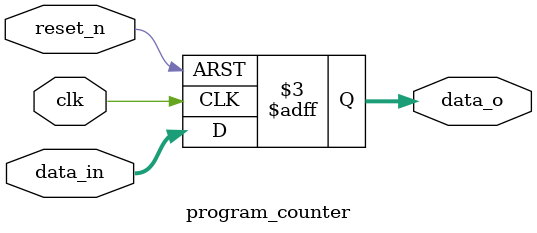
<source format=sv>
`timescale 1ns / 1ps


module program_counter #(
    parameter n = 32 // the default value of n
)(
    input logic clk,
    input logic reset_n,
    input logic [n-1:0] data_in,
    output logic [n-1:0] data_o
    );
    
    always_ff @(posedge clk, negedge reset_n) begin
        if (!reset_n)
            data_o <= 0;
        else
            data_o <= data_in;
    end

endmodule

</source>
